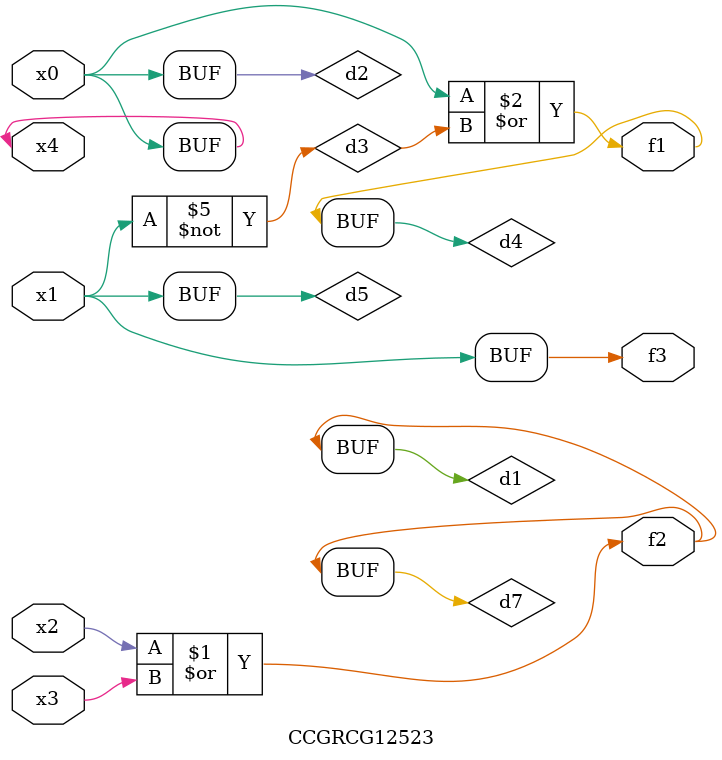
<source format=v>
module CCGRCG12523(
	input x0, x1, x2, x3, x4,
	output f1, f2, f3
);

	wire d1, d2, d3, d4, d5, d6, d7;

	or (d1, x2, x3);
	buf (d2, x0, x4);
	not (d3, x1);
	or (d4, d2, d3);
	not (d5, d3);
	nand (d6, d1, d3);
	or (d7, d1);
	assign f1 = d4;
	assign f2 = d7;
	assign f3 = d5;
endmodule

</source>
